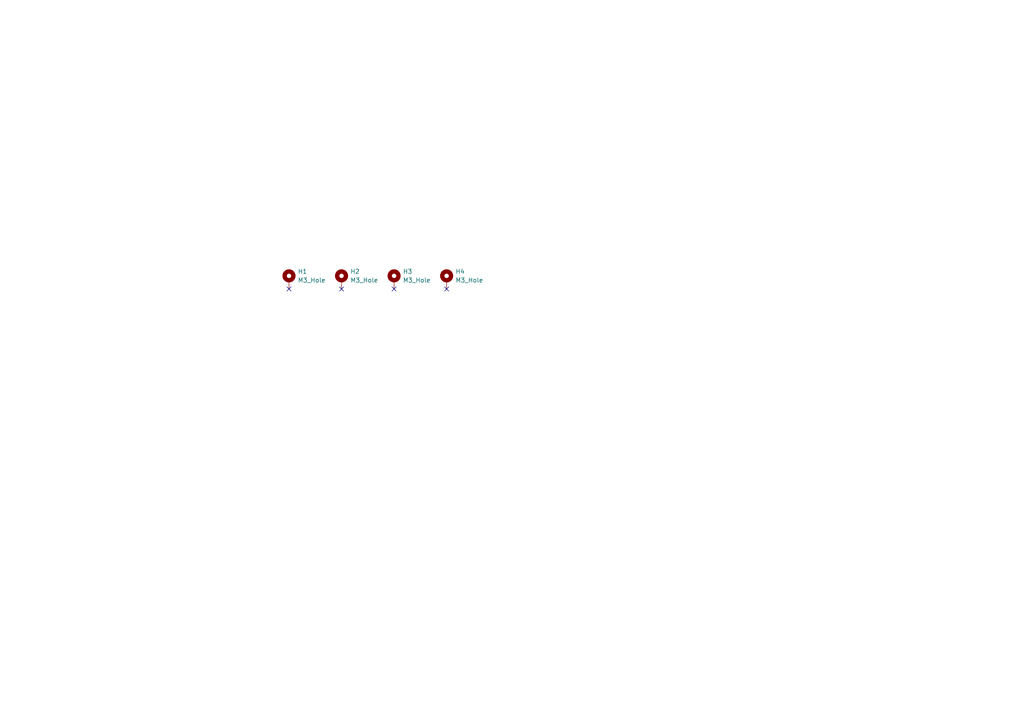
<source format=kicad_sch>
(kicad_sch (version 20250114) (generator "eeschema") (generator_version "9.0")
  (paper "A4")
  (lib_symbols
    (symbol "BFR Connectors:M3_Hole" (pin_numbers (hide yes)) (pin_names (offset 1.016) (hide yes)) (exclude_from_sim yes) (in_bom no)
      (property "Reference" "H" (at 0 6.35 0))
      (property "Value" "M3_Hole" (at 0 4.445 0))
      (symbol "M3_Hole_0_1"
        (circle (center 0 1.27) (radius 1.27) (stroke (width 1.27)))
      )
      (symbol "M3_Hole_1_1"
        (pin input line (at 0 -2.54 90) (length 2.54) (name "1") (number "1"))
      )
    )
  )
  (no_connect (at 114.3 83.82))
  (no_connect (at 83.82 83.82))
  (no_connect (at 99.06 83.82))
  (no_connect (at 129.54 83.82))
  (symbol (lib_id "BFR Connectors:M3_Hole") (at 129.54 81.28 0) (unit 1) (exclude_from_sim yes) (in_bom no)
    (property "Reference" "H4" (at 132.08 78.7399 0) (effects (justify left)))
    (property "Value" "M3_Hole" (at 132.08 81.2799 0) (effects (justify left)))
    (property "Footprint" "MountingHole:MountingHole_3.2mm_M3_ISO7380_Pad_TopBottom" (effects (hide yes)))
    (property "Description" "Mounting Hole with connection" (effects (hide yes)))
  )
  (symbol (lib_id "BFR Connectors:M3_Hole") (at 99.06 81.28 0) (unit 1) (exclude_from_sim yes) (in_bom no)
    (property "Reference" "H2" (at 101.6 78.7399 0) (effects (justify left)))
    (property "Value" "M3_Hole" (at 101.6 81.2799 0) (effects (justify left)))
    (property "Footprint" "MountingHole:MountingHole_3.2mm_M3_ISO7380_Pad_TopBottom" (effects (hide yes)))
    (property "Description" "Mounting Hole with connection" (effects (hide yes)))
  )
  (symbol (lib_id "BFR Connectors:M3_Hole") (at 114.3 81.28 0) (unit 1) (exclude_from_sim yes) (in_bom no)
    (property "Reference" "H3" (at 116.84 78.7399 0) (effects (justify left)))
    (property "Value" "M3_Hole" (at 116.84 81.2799 0) (effects (justify left)))
    (property "Footprint" "MountingHole:MountingHole_3.2mm_M3_ISO7380_Pad_TopBottom" (effects (hide yes)))
    (property "Description" "Mounting Hole with connection" (effects (hide yes)))
  )
  (symbol (lib_id "BFR Connectors:M3_Hole") (at 83.82 81.28 0) (unit 1) (exclude_from_sim yes) (in_bom no)
    (property "Reference" "H1" (at 86.36 78.7399 0) (effects (justify left)))
    (property "Value" "M3_Hole" (at 86.36 81.2799 0) (effects (justify left)))
    (property "Footprint" "MountingHole:MountingHole_3.2mm_M3_ISO7380_Pad_TopBottom" (effects (hide yes)))
    (property "Description" "Mounting Hole with connection" (effects (hide yes)))
  )
)
</source>
